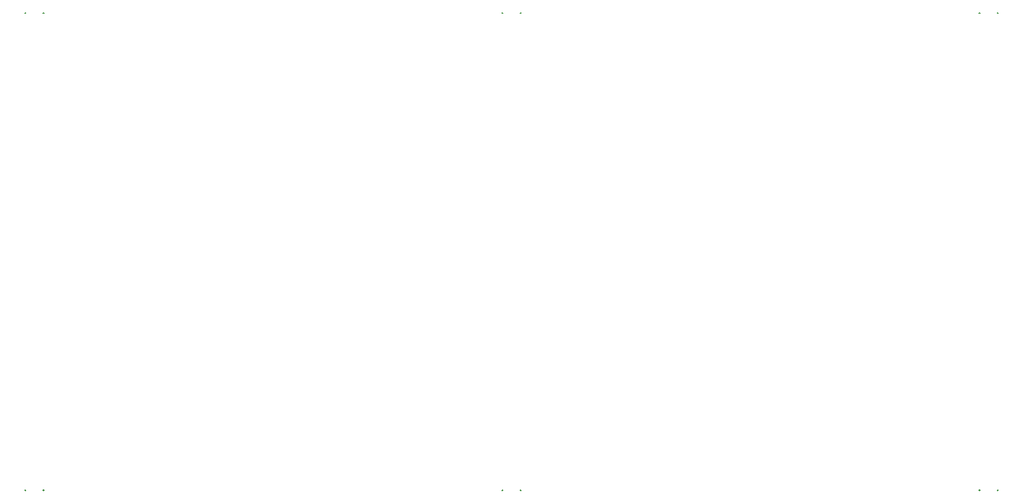
<source format=gbr>
%TF.GenerationSoftware,Altium Limited,Altium Designer,22.5.1 (42)*%
G04 Layer_Color=128*
%FSLAX26Y26*%
%MOIN*%
%TF.SameCoordinates,0DA79311-8CAD-460E-879A-7D23F4F2BAF0*%
%TF.FilePolarity,Positive*%
%TF.FileFunction,Drillmap*%
%TF.Part,Single*%
G01*
G75*
%TA.AperFunction,NonConductor*%
%ADD42C,0.005000*%
D42*
X1523622Y4166535D02*
X1527559D01*
X1525591Y4164567D02*
Y4168504D01*
X1622047Y4166535D02*
X1625984D01*
X1624016Y4164567D02*
Y4168504D01*
X4082677Y4166535D02*
X4086614D01*
X4084646Y4164567D02*
Y4168504D01*
X4181102Y4166535D02*
X4185039D01*
X4183071Y4164567D02*
Y4168504D01*
X6641732Y4166535D02*
X6645669D01*
X6643701Y4164567D02*
Y4168504D01*
X6740158Y4166535D02*
X6744095D01*
X6742126Y4164567D02*
Y4168504D01*
X6641732Y6725591D02*
X6645669D01*
X6643701Y6723622D02*
Y6727559D01*
X6740158Y6725591D02*
X6744095D01*
X6742126Y6723622D02*
Y6727559D01*
X4082677Y6725591D02*
X4086614D01*
X4084646Y6723622D02*
Y6727559D01*
X4181102Y6725591D02*
X4185039D01*
X4183071Y6723622D02*
Y6727559D01*
X1622047Y6725591D02*
X1625984D01*
X1624016Y6723622D02*
Y6727559D01*
X1523622Y6725591D02*
X1527559D01*
X1525591Y6723622D02*
Y6727559D01*
%TF.MD5,f71b671baf714b1b547743bb36f01b23*%
M02*

</source>
